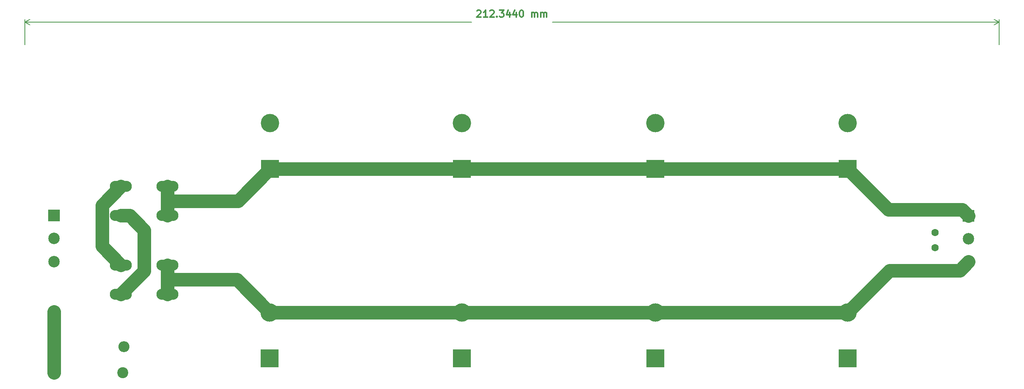
<source format=gbr>
G04 #@! TF.GenerationSoftware,KiCad,Pcbnew,(6.0.0-0)*
G04 #@! TF.CreationDate,2021-12-28T20:37:26+01:00*
G04 #@! TF.ProjectId,psu-mosfet-160w,7073752d-6d6f-4736-9665-742d31363077,rev?*
G04 #@! TF.SameCoordinates,Original*
G04 #@! TF.FileFunction,Copper,L2,Bot*
G04 #@! TF.FilePolarity,Positive*
%FSLAX46Y46*%
G04 Gerber Fmt 4.6, Leading zero omitted, Abs format (unit mm)*
G04 Created by KiCad (PCBNEW (6.0.0-0)) date 2021-12-28 20:37:26*
%MOMM*%
%LPD*%
G01*
G04 APERTURE LIST*
%ADD10C,0.300000*%
G04 #@! TA.AperFunction,NonConductor*
%ADD11C,0.300000*%
G04 #@! TD*
G04 #@! TA.AperFunction,NonConductor*
%ADD12C,0.200000*%
G04 #@! TD*
G04 #@! TA.AperFunction,ComponentPad*
%ADD13C,2.400000*%
G04 #@! TD*
G04 #@! TA.AperFunction,ComponentPad*
%ADD14R,4.000000X4.000000*%
G04 #@! TD*
G04 #@! TA.AperFunction,ComponentPad*
%ADD15C,4.000000*%
G04 #@! TD*
G04 #@! TA.AperFunction,ComponentPad*
%ADD16O,4.800600X2.400300*%
G04 #@! TD*
G04 #@! TA.AperFunction,ComponentPad*
%ADD17R,2.500000X2.500000*%
G04 #@! TD*
G04 #@! TA.AperFunction,ComponentPad*
%ADD18C,2.500000*%
G04 #@! TD*
G04 #@! TA.AperFunction,ComponentPad*
%ADD19C,2.600000*%
G04 #@! TD*
G04 #@! TA.AperFunction,ComponentPad*
%ADD20O,2.400000X2.400000*%
G04 #@! TD*
G04 #@! TA.AperFunction,ComponentPad*
%ADD21C,1.600000*%
G04 #@! TD*
G04 #@! TA.AperFunction,Conductor*
%ADD22C,3.000000*%
G04 #@! TD*
G04 APERTURE END LIST*
D10*
D11*
X118595142Y-15809428D02*
X118666571Y-15738000D01*
X118809428Y-15666571D01*
X119166571Y-15666571D01*
X119309428Y-15738000D01*
X119380857Y-15809428D01*
X119452285Y-15952285D01*
X119452285Y-16095142D01*
X119380857Y-16309428D01*
X118523714Y-17166571D01*
X119452285Y-17166571D01*
X120880857Y-17166571D02*
X120023714Y-17166571D01*
X120452285Y-17166571D02*
X120452285Y-15666571D01*
X120309428Y-15880857D01*
X120166571Y-16023714D01*
X120023714Y-16095142D01*
X121452285Y-15809428D02*
X121523714Y-15738000D01*
X121666571Y-15666571D01*
X122023714Y-15666571D01*
X122166571Y-15738000D01*
X122238000Y-15809428D01*
X122309428Y-15952285D01*
X122309428Y-16095142D01*
X122238000Y-16309428D01*
X121380857Y-17166571D01*
X122309428Y-17166571D01*
X122952285Y-17023714D02*
X123023714Y-17095142D01*
X122952285Y-17166571D01*
X122880857Y-17095142D01*
X122952285Y-17023714D01*
X122952285Y-17166571D01*
X123523714Y-15666571D02*
X124452285Y-15666571D01*
X123952285Y-16238000D01*
X124166571Y-16238000D01*
X124309428Y-16309428D01*
X124380857Y-16380857D01*
X124452285Y-16523714D01*
X124452285Y-16880857D01*
X124380857Y-17023714D01*
X124309428Y-17095142D01*
X124166571Y-17166571D01*
X123738000Y-17166571D01*
X123595142Y-17095142D01*
X123523714Y-17023714D01*
X125738000Y-16166571D02*
X125738000Y-17166571D01*
X125380857Y-15595142D02*
X125023714Y-16666571D01*
X125952285Y-16666571D01*
X127166571Y-16166571D02*
X127166571Y-17166571D01*
X126809428Y-15595142D02*
X126452285Y-16666571D01*
X127380857Y-16666571D01*
X128238000Y-15666571D02*
X128380857Y-15666571D01*
X128523714Y-15738000D01*
X128595142Y-15809428D01*
X128666571Y-15952285D01*
X128738000Y-16238000D01*
X128738000Y-16595142D01*
X128666571Y-16880857D01*
X128595142Y-17023714D01*
X128523714Y-17095142D01*
X128380857Y-17166571D01*
X128238000Y-17166571D01*
X128095142Y-17095142D01*
X128023714Y-17023714D01*
X127952285Y-16880857D01*
X127880857Y-16595142D01*
X127880857Y-16238000D01*
X127952285Y-15952285D01*
X128023714Y-15809428D01*
X128095142Y-15738000D01*
X128238000Y-15666571D01*
X130523714Y-17166571D02*
X130523714Y-16166571D01*
X130523714Y-16309428D02*
X130595142Y-16238000D01*
X130738000Y-16166571D01*
X130952285Y-16166571D01*
X131095142Y-16238000D01*
X131166571Y-16380857D01*
X131166571Y-17166571D01*
X131166571Y-16380857D02*
X131238000Y-16238000D01*
X131380857Y-16166571D01*
X131595142Y-16166571D01*
X131738000Y-16238000D01*
X131809428Y-16380857D01*
X131809428Y-17166571D01*
X132523714Y-17166571D02*
X132523714Y-16166571D01*
X132523714Y-16309428D02*
X132595142Y-16238000D01*
X132738000Y-16166571D01*
X132952285Y-16166571D01*
X133095142Y-16238000D01*
X133166571Y-16380857D01*
X133166571Y-17166571D01*
X133166571Y-16380857D02*
X133238000Y-16238000D01*
X133380857Y-16166571D01*
X133595142Y-16166571D01*
X133738000Y-16238000D01*
X133809428Y-16380857D01*
X133809428Y-17166571D01*
D12*
X20066000Y-23122000D02*
X20066000Y-17701580D01*
X232410000Y-23122000D02*
X232410000Y-17701580D01*
X20066000Y-18288000D02*
X117409429Y-18288000D01*
X135066572Y-18288000D02*
X232410000Y-18288000D01*
X20066000Y-18288000D02*
X21192504Y-18874421D01*
X20066000Y-18288000D02*
X21192504Y-17701579D01*
X232410000Y-18288000D02*
X231283496Y-17701579D01*
X232410000Y-18288000D02*
X231283496Y-18874421D01*
D13*
X26416000Y-94742000D03*
X41416000Y-94742000D03*
D14*
X73533000Y-50292000D03*
D15*
X73533000Y-40292000D03*
D14*
X73406000Y-91567000D03*
D15*
X73406000Y-81567000D03*
D14*
X115316000Y-50292000D03*
D15*
X115316000Y-40292000D03*
D14*
X115316000Y-91567000D03*
D15*
X115316000Y-81567000D03*
D16*
X41021000Y-71247000D03*
X51181000Y-71247000D03*
X41021000Y-77597000D03*
X51181000Y-77597000D03*
X51181000Y-54102000D03*
X41021000Y-54102000D03*
X51181000Y-60452000D03*
X41021000Y-60452000D03*
D17*
X26416000Y-60452000D03*
D18*
X26416000Y-65452000D03*
X26416000Y-70452000D03*
D19*
X26416000Y-81407000D03*
D13*
X26416000Y-89027000D03*
D20*
X41656000Y-89027000D03*
D21*
X218440000Y-59182000D03*
X218440000Y-64182000D03*
X218440000Y-67437000D03*
X218440000Y-72437000D03*
D17*
X225760000Y-60532000D03*
D18*
X225760000Y-65532000D03*
X225760000Y-70532000D03*
D14*
X199390000Y-50291999D03*
D15*
X199390000Y-40291999D03*
D14*
X199390000Y-91567000D03*
D15*
X199390000Y-81567000D03*
D14*
X157480000Y-91567000D03*
D15*
X157480000Y-81567000D03*
D14*
X157480000Y-50291999D03*
D15*
X157480000Y-40291999D03*
D22*
X26416000Y-89027000D02*
X26416000Y-94742000D01*
X26416000Y-81407000D02*
X26416000Y-89027000D01*
X36920690Y-67146690D02*
X41021000Y-71247000D01*
X36920690Y-58202310D02*
X36920690Y-67146690D01*
X41021000Y-54102000D02*
X36920690Y-58202310D01*
X41021000Y-77597000D02*
X46101000Y-72517000D01*
X42926000Y-60452000D02*
X41021000Y-60452000D01*
X46101000Y-63627000D02*
X42926000Y-60452000D01*
X46101000Y-72517000D02*
X46101000Y-63627000D01*
X51181000Y-57277000D02*
X51181000Y-54102000D01*
X73533000Y-50292000D02*
X115316000Y-50292000D01*
X115316000Y-50292000D02*
X157480000Y-50291999D01*
X51181000Y-60452000D02*
X51181000Y-57277000D01*
X157480000Y-50291999D02*
X199390000Y-50291999D01*
X66548000Y-57277000D02*
X73533000Y-50292000D01*
X208280001Y-59182000D02*
X199390000Y-50291999D01*
X51181000Y-57277000D02*
X66548000Y-57277000D01*
X218440000Y-59182000D02*
X224410000Y-59182000D01*
X224410000Y-59182000D02*
X225760000Y-60532000D01*
X218440000Y-59182000D02*
X208280001Y-59182000D01*
X115316000Y-81567000D02*
X157480000Y-81567000D01*
X223855000Y-72437000D02*
X225760000Y-70532000D01*
X218440000Y-72437000D02*
X223855000Y-72437000D01*
X208520000Y-72437000D02*
X199390000Y-81567000D01*
X218440000Y-72437000D02*
X208520000Y-72437000D01*
X115316000Y-81567000D02*
X73406000Y-81567000D01*
X157480000Y-81567000D02*
X199390000Y-81567000D01*
X51181000Y-74422000D02*
X66261000Y-74422000D01*
X66261000Y-74422000D02*
X73406000Y-81567000D01*
X51181000Y-77597000D02*
X51181000Y-74422000D01*
X51181000Y-74422000D02*
X51181000Y-71247000D01*
M02*

</source>
